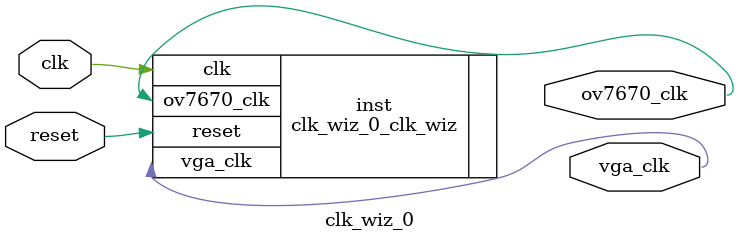
<source format=v>


`timescale 1ps/1ps

(* CORE_GENERATION_INFO = "clk_wiz_0,clk_wiz_v6_0_6_0_0,{component_name=clk_wiz_0,use_phase_alignment=true,use_min_o_jitter=false,use_max_i_jitter=false,use_dyn_phase_shift=false,use_inclk_switchover=false,use_dyn_reconfig=false,enable_axi=0,feedback_source=FDBK_AUTO,PRIMITIVE=MMCM,num_out_clk=2,clkin1_period=10.000,clkin2_period=10.000,use_power_down=false,use_reset=true,use_locked=false,use_inclk_stopped=false,feedback_type=SINGLE,CLOCK_MGR_TYPE=NA,manual_override=false}" *)

module clk_wiz_0 
 (
  // Clock out ports
  output        vga_clk,
  output        ov7670_clk,
  // Status and control signals
  input         reset,
 // Clock in ports
  input         clk
 );

  clk_wiz_0_clk_wiz inst
  (
  // Clock out ports  
  .vga_clk(vga_clk),
  .ov7670_clk(ov7670_clk),
  // Status and control signals               
  .reset(reset), 
 // Clock in ports
  .clk(clk)
  );

endmodule

</source>
